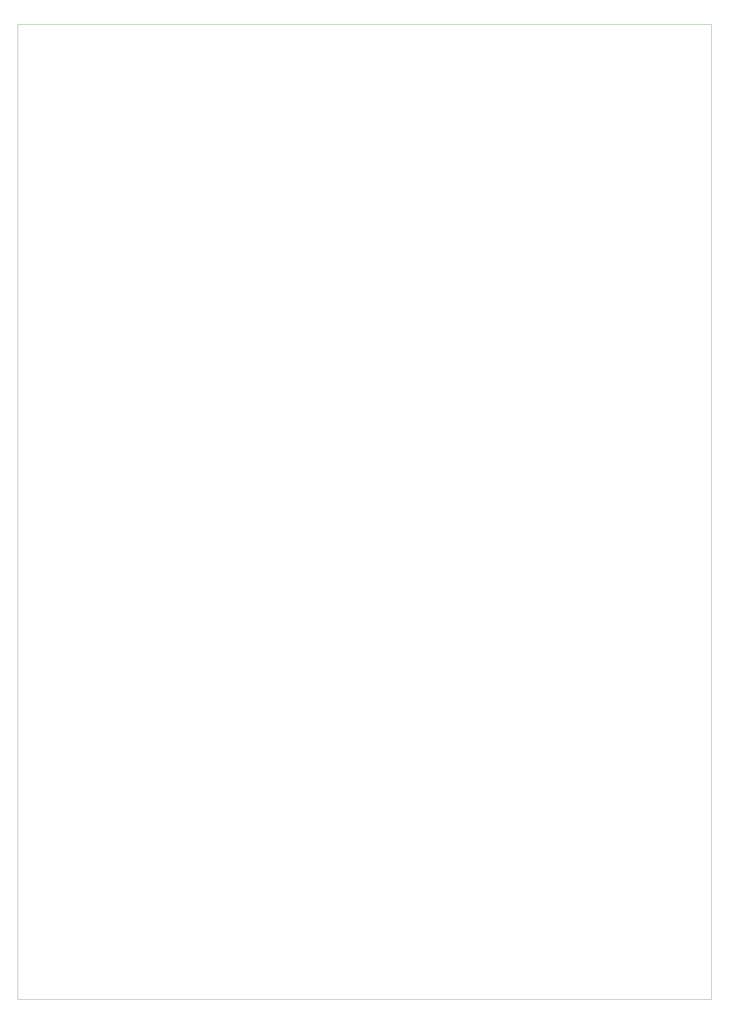
<source format=gm1>
%TF.GenerationSoftware,KiCad,Pcbnew,(6.0.6)*%
%TF.CreationDate,2022-09-29T15:29:04+08:00*%
%TF.ProjectId,7SegmentDisplay_DualLine_8Inches,37536567-6d65-46e7-9444-6973706c6179,rev?*%
%TF.SameCoordinates,Original*%
%TF.FileFunction,Profile,NP*%
%FSLAX46Y46*%
G04 Gerber Fmt 4.6, Leading zero omitted, Abs format (unit mm)*
G04 Created by KiCad (PCBNEW (6.0.6)) date 2022-09-29 15:29:04*
%MOMM*%
%LPD*%
G01*
G04 APERTURE LIST*
%TA.AperFunction,Profile*%
%ADD10C,0.100000*%
%TD*%
G04 APERTURE END LIST*
D10*
X567000000Y-14000000D02*
X391000000Y-14000000D01*
X391000000Y-14000000D02*
X391000000Y-261000000D01*
X391000000Y-261000000D02*
X567000000Y-261000000D01*
X567000000Y-261000000D02*
X567000000Y-14000000D01*
M02*

</source>
